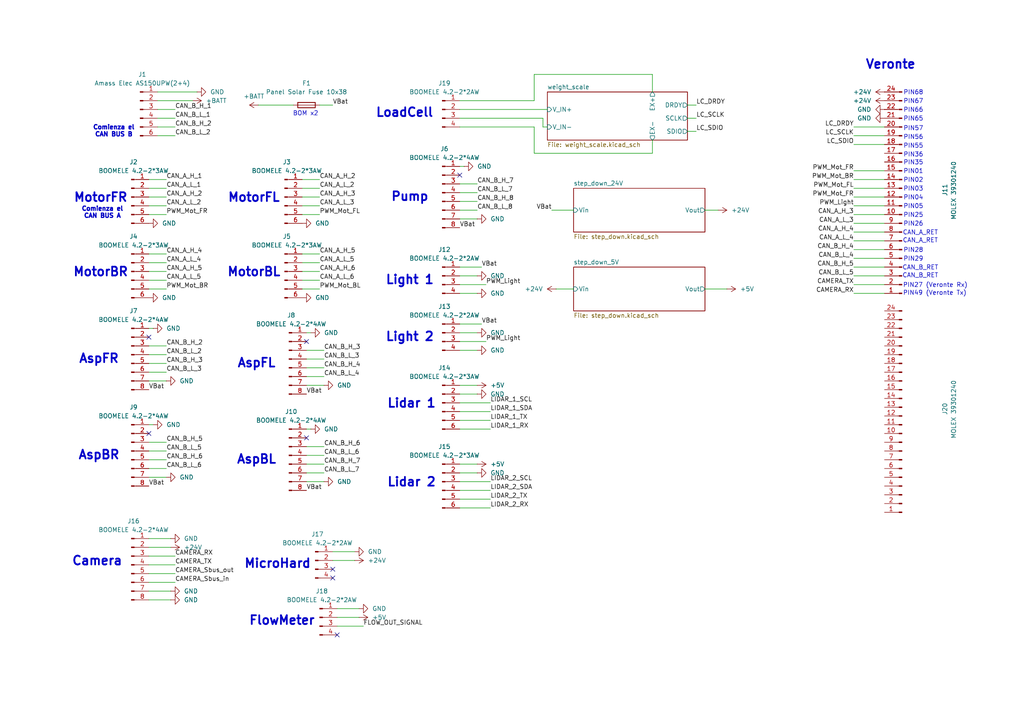
<source format=kicad_sch>
(kicad_sch (version 20250114) (generator "eeschema") (generator_version "9.0")
  (paper "A4")
  (lib_symbols
    (symbol "Connector:Conn_01x04_Pin" (pin_names (offset 1.016) (hide yes))
      (property "Reference" "J" (at 0 5.08 0))
      (property "Value" "Conn_01x04_Pin" (at 0 -7.62 0))
      (symbol "Conn_01x04_Pin_1_1"
        (rectangle (start 0.8636 2.667) (end 0 2.413) (stroke (width 0.1524)) (fill (type outline)))
        (rectangle (start 0.8636 0.127) (end 0 -0.127) (stroke (width 0.1524)) (fill (type outline)))
        (rectangle (start 0.8636 -2.413) (end 0 -2.667) (stroke (width 0.1524)) (fill (type outline)))
        (rectangle (start 0.8636 -4.953) (end 0 -5.207) (stroke (width 0.1524)) (fill (type outline)))
        (polyline (pts (xy 1.27 2.54) (xy 0.8636 2.54)) (stroke (width 0.1524)))
        (polyline (pts (xy 1.27 0) (xy 0.8636 0)) (stroke (width 0.1524)))
        (polyline (pts (xy 1.27 -2.54) (xy 0.8636 -2.54)) (stroke (width 0.1524)))
        (polyline (pts (xy 1.27 -5.08) (xy 0.8636 -5.08)) (stroke (width 0.1524)))
        (pin passive line (at 5.08 2.54 180) (length 3.81) (name "Pin_1") (number "1"))
        (pin passive line (at 5.08 0 180) (length 3.81) (name "Pin_2") (number "2"))
        (pin passive line (at 5.08 -2.54 180) (length 3.81) (name "Pin_3") (number "3"))
        (pin passive line (at 5.08 -5.08 180) (length 3.81) (name "Pin_4") (number "4"))
      )
    )
    (symbol "Connector:Conn_01x06_Pin" (pin_names (offset 1.016) (hide yes))
      (property "Reference" "J" (at 0 7.62 0))
      (property "Value" "Conn_01x06_Pin" (at 0 -10.16 0))
      (symbol "Conn_01x06_Pin_1_1"
        (rectangle (start 0.8636 5.207) (end 0 4.953) (stroke (width 0.1524)) (fill (type outline)))
        (rectangle (start 0.8636 2.667) (end 0 2.413) (stroke (width 0.1524)) (fill (type outline)))
        (rectangle (start 0.8636 0.127) (end 0 -0.127) (stroke (width 0.1524)) (fill (type outline)))
        (rectangle (start 0.8636 -2.413) (end 0 -2.667) (stroke (width 0.1524)) (fill (type outline)))
        (rectangle (start 0.8636 -4.953) (end 0 -5.207) (stroke (width 0.1524)) (fill (type outline)))
        (rectangle (start 0.8636 -7.493) (end 0 -7.747) (stroke (width 0.1524)) (fill (type outline)))
        (polyline (pts (xy 1.27 5.08) (xy 0.8636 5.08)) (stroke (width 0.1524)))
        (polyline (pts (xy 1.27 2.54) (xy 0.8636 2.54)) (stroke (width 0.1524)))
        (polyline (pts (xy 1.27 0) (xy 0.8636 0)) (stroke (width 0.1524)))
        (polyline (pts (xy 1.27 -2.54) (xy 0.8636 -2.54)) (stroke (width 0.1524)))
        (polyline (pts (xy 1.27 -5.08) (xy 0.8636 -5.08)) (stroke (width 0.1524)))
        (polyline (pts (xy 1.27 -7.62) (xy 0.8636 -7.62)) (stroke (width 0.1524)))
        (pin passive line (at 5.08 5.08 180) (length 3.81) (name "Pin_1") (number "1"))
        (pin passive line (at 5.08 2.54 180) (length 3.81) (name "Pin_2") (number "2"))
        (pin passive line (at 5.08 0 180) (length 3.81) (name "Pin_3") (number "3"))
        (pin passive line (at 5.08 -2.54 180) (length 3.81) (name "Pin_4") (number "4"))
        (pin passive line (at 5.08 -5.08 180) (length 3.81) (name "Pin_5") (number "5"))
        (pin passive line (at 5.08 -7.62 180) (length 3.81) (name "Pin_6") (number "6"))
      )
    )
    (symbol "Connector:Conn_01x08_Pin" (pin_names (offset 1.016) (hide yes))
      (property "Reference" "J" (at 0 10.16 0))
      (property "Value" "Conn_01x08_Pin" (at 0 -12.7 0))
      (symbol "Conn_01x08_Pin_1_1"
        (rectangle (start 0.8636 7.747) (end 0 7.493) (stroke (width 0.1524)) (fill (type outline)))
        (rectangle (start 0.8636 5.207) (end 0 4.953) (stroke (width 0.1524)) (fill (type outline)))
        (rectangle (start 0.8636 2.667) (end 0 2.413) (stroke (width 0.1524)) (fill (type outline)))
        (rectangle (start 0.8636 0.127) (end 0 -0.127) (stroke (width 0.1524)) (fill (type outline)))
        (rectangle (start 0.8636 -2.413) (end 0 -2.667) (stroke (width 0.1524)) (fill (type outline)))
        (rectangle (start 0.8636 -4.953) (end 0 -5.207) (stroke (width 0.1524)) (fill (type outline)))
        (rectangle (start 0.8636 -7.493) (end 0 -7.747) (stroke (width 0.1524)) (fill (type outline)))
        (rectangle (start 0.8636 -10.033) (end 0 -10.287) (stroke (width 0.1524)) (fill (type outline)))
        (polyline (pts (xy 1.27 7.62) (xy 0.8636 7.62)) (stroke (width 0.1524)))
        (polyline (pts (xy 1.27 5.08) (xy 0.8636 5.08)) (stroke (width 0.1524)))
        (polyline (pts (xy 1.27 2.54) (xy 0.8636 2.54)) (stroke (width 0.1524)))
        (polyline (pts (xy 1.27 0) (xy 0.8636 0)) (stroke (width 0.1524)))
        (polyline (pts (xy 1.27 -2.54) (xy 0.8636 -2.54)) (stroke (width 0.1524)))
        (polyline (pts (xy 1.27 -5.08) (xy 0.8636 -5.08)) (stroke (width 0.1524)))
        (polyline (pts (xy 1.27 -7.62) (xy 0.8636 -7.62)) (stroke (width 0.1524)))
        (polyline (pts (xy 1.27 -10.16) (xy 0.8636 -10.16)) (stroke (width 0.1524)))
        (pin passive line (at 5.08 7.62 180) (length 3.81) (name "Pin_1") (number "1"))
        (pin passive line (at 5.08 5.08 180) (length 3.81) (name "Pin_2") (number "2"))
        (pin passive line (at 5.08 2.54 180) (length 3.81) (name "Pin_3") (number "3"))
        (pin passive line (at 5.08 0 180) (length 3.81) (name "Pin_4") (number "4"))
        (pin passive line (at 5.08 -2.54 180) (length 3.81) (name "Pin_5") (number "5"))
        (pin passive line (at 5.08 -5.08 180) (length 3.81) (name "Pin_6") (number "6"))
        (pin passive line (at 5.08 -7.62 180) (length 3.81) (name "Pin_7") (number "7"))
        (pin passive line (at 5.08 -10.16 180) (length 3.81) (name "Pin_8") (number "8"))
      )
    )
    (symbol "Connector:Conn_01x24_Pin" (pin_names (offset 1.016) (hide yes))
      (property "Reference" "J" (at 0 30.48 0))
      (property "Value" "Conn_01x24_Pin" (at 0 -33.02 0))
      (symbol "Conn_01x24_Pin_1_1"
        (rectangle (start 0.8636 28.067) (end 0 27.813) (stroke (width 0.1524)) (fill (type outline)))
        (rectangle (start 0.8636 25.527) (end 0 25.273) (stroke (width 0.1524)) (fill (type outline)))
        (rectangle (start 0.8636 22.987) (end 0 22.733) (stroke (width 0.1524)) (fill (type outline)))
        (rectangle (start 0.8636 20.447) (end 0 20.193) (stroke (width 0.1524)) (fill (type outline)))
        (rectangle (start 0.8636 17.907) (end 0 17.653) (stroke (width 0.1524)) (fill (type outline)))
        (rectangle (start 0.8636 15.367) (end 0 15.113) (stroke (width 0.1524)) (fill (type outline)))
        (rectangle (start 0.8636 12.827) (end 0 12.573) (stroke (width 0.1524)) (fill (type outline)))
        (rectangle (start 0.8636 10.287) (end 0 10.033) (stroke (width 0.1524)) (fill (type outline)))
        (rectangle (start 0.8636 7.747) (end 0 7.493) (stroke (width 0.1524)) (fill (type outline)))
        (rectangle (start 0.8636 5.207) (end 0 4.953) (stroke (width 0.1524)) (fill (type outline)))
        (rectangle (start 0.8636 2.667) (end 0 2.413) (stroke (width 0.1524)) (fill (type outline)))
        (rectangle (start 0.8636 0.127) (end 0 -0.127) (stroke (width 0.1524)) (fill (type outline)))
        (rectangle (start 0.8636 -2.413) (end 0 -2.667) (stroke (width 0.1524)) (fill (type outline)))
        (rectangle (start 0.8636 -4.953) (end 0 -5.207) (stroke (width 0.1524)) (fill (type outline)))
        (rectangle (start 0.8636 -7.493) (end 0 -7.747) (stroke (width 0.1524)) (fill (type outline)))
        (rectangle (start 0.8636 -10.033) (end 0 -10.287) (stroke (width 0.1524)) (fill (type outline)))
        (rectangle (start 0.8636 -12.573) (end 0 -12.827) (stroke (width 0.1524)) (fill (type outline)))
        (rectangle (start 0.8636 -15.113) (end 0 -15.367) (stroke (width 0.1524)) (fill (type outline)))
        (rectangle (start 0.8636 -17.653) (end 0 -17.907) (stroke (width 0.1524)) (fill (type outline)))
        (rectangle (start 0.8636 -20.193) (end 0 -20.447) (stroke (width 0.1524)) (fill (type outline)))
        (rectangle (start 0.8636 -22.733) (end 0 -22.987) (stroke (width 0.1524)) (fill (type outline)))
        (rectangle (start 0.8636 -25.273) (end 0 -25.527) (stroke (width 0.1524)) (fill (type outline)))
        (rectangle (start 0.8636 -27.813) (end 0 -28.067) (stroke (width 0.1524)) (fill (type outline)))
        (rectangle (start 0.8636 -30.353) (end 0 -30.607) (stroke (width 0.1524)) (fill (type outline)))
        (polyline (pts (xy 1.27 27.94) (xy 0.8636 27.94)) (stroke (width 0.1524)))
        (polyline (pts (xy 1.27 25.4) (xy 0.8636 25.4)) (stroke (width 0.1524)))
        (polyline (pts (xy 1.27 22.86) (xy 0.8636 22.86)) (stroke (width 0.1524)))
        (polyline (pts (xy 1.27 20.32) (xy 0.8636 20.32)) (stroke (width 0.1524)))
        (polyline (pts (xy 1.27 17.78) (xy 0.8636 17.78)) (stroke (width 0.1524)))
        (polyline (pts (xy 1.27 15.24) (xy 0.8636 15.24)) (stroke (width 0.1524)))
        (polyline (pts (xy 1.27 12.7) (xy 0.8636 12.7)) (stroke (width 0.1524)))
        (polyline (pts (xy 1.27 10.16) (xy 0.8636 10.16)) (stroke (width 0.1524)))
        (polyline (pts (xy 1.27 7.62) (xy 0.8636 7.62)) (stroke (width 0.1524)))
        (polyline (pts (xy 1.27 5.08) (xy 0.8636 5.08)) (stroke (width 0.1524)))
        (polyline (pts (xy 1.27 2.54) (xy 0.8636 2.54)) (stroke (width 0.1524)))
        (polyline (pts (xy 1.27 0) (xy 0.8636 0)) (stroke (width 0.1524)))
        (polyline (pts (xy 1.27 -2.54) (xy 0.8636 -2.54)) (stroke (width 0.1524)))
        (polyline (pts (xy 1.27 -5.08) (xy 0.8636 -5.08)) (stroke (width 0.1524)))
        (polyline (pts (xy 1.27 -7.62) (xy 0.8636 -7.62)) (stroke (width 0.1524)))
        (polyline (pts (xy 1.27 -10.16) (xy 0.8636 -10.16)) (stroke (width 0.1524)))
        (polyline (pts (xy 1.27 -12.7) (xy 0.8636 -12.7)) (stroke (width 0.1524)))
        (polyline (pts (xy 1.27 -15.24) (xy 0.8636 -15.24)) (stroke (width 0.1524)))
        (polyline (pts (xy 1.27 -17.78) (xy 0.8636 -17.78)) (stroke (width 0.1524)))
        (polyline (pts (xy 1.27 -20.32) (xy 0.8636 -20.32)) (stroke (width 0.1524)))
        (polyline (pts (xy 1.27 -22.86) (xy 0.8636 -22.86)) (stroke (width 0.1524)))
        (polyline (pts (xy 1.27 -25.4) (xy 0.8636 -25.4)) (stroke (width 0.1524)))
        (polyline (pts (xy 1.27 -27.94) (xy 0.8636 -27.94)) (stroke (width 0.1524)))
        (polyline (pts (xy 1.27 -30.48) (xy 0.8636 -30.48)) (stroke (width 0.1524)))
        (pin passive line (at 5.08 27.94 180) (length 3.81) (name "Pin_1") (number "1"))
        (pin passive line (at 5.08 25.4 180) (length 3.81) (name "Pin_2") (number "2"))
        (pin passive line (at 5.08 22.86 180) (length 3.81) (name "Pin_3") (number "3"))
        (pin passive line (at 5.08 20.32 180) (length 3.81) (name "Pin_4") (number "4"))
        (pin passive line (at 5.08 17.78 180) (length 3.81) (name "Pin_5") (number "5"))
        (pin passive line (at 5.08 15.24 180) (length 3.81) (name "Pin_6") (number "6"))
        (pin passive line (at 5.08 12.7 180) (length 3.81) (name "Pin_7") (number "7"))
        (pin passive line (at 5.08 10.16 180) (length 3.81) (name "Pin_8") (number "8"))
        (pin passive line (at 5.08 7.62 180) (length 3.81) (name "Pin_9") (number "9"))
        (pin passive line (at 5.08 5.08 180) (length 3.81) (name "Pin_10") (number "10"))
        (pin passive line (at 5.08 2.54 180) (length 3.81) (name "Pin_11") (number "11"))
        (pin passive line (at 5.08 0 180) (length 3.81) (name "Pin_12") (number "12"))
        (pin passive line (at 5.08 -2.54 180) (length 3.81) (name "Pin_13") (number "13"))
        (pin passive line (at 5.08 -5.08 180) (length 3.81) (name "Pin_14") (number "14"))
        (pin passive line (at 5.08 -7.62 180) (length 3.81) (name "Pin_15") (number "15"))
        (pin passive line (at 5.08 -10.16 180) (length 3.81) (name "Pin_16") (number "16"))
        (pin passive line (at 5.08 -12.7 180) (length 3.81) (name "Pin_17") (number "17"))
        (pin passive line (at 5.08 -15.24 180) (length 3.81) (name "Pin_18") (number "18"))
        (pin passive line (at 5.08 -17.78 180) (length 3.81) (name "Pin_19") (number "19"))
        (pin passive line (at 5.08 -20.32 180) (length 3.81) (name "Pin_20") (number "20"))
        (pin passive line (at 5.08 -22.86 180) (length 3.81) (name "Pin_21") (number "21"))
        (pin passive line (at 5.08 -25.4 180) (length 3.81) (name "Pin_22") (number "22"))
        (pin passive line (at 5.08 -27.94 180) (length 3.81) (name "Pin_23") (number "23"))
        (pin passive line (at 5.08 -30.48 180) (length 3.81) (name "Pin_24") (number "24"))
      )
    )
    (symbol "Device:Fuse" (pin_numbers (hide yes)) (pin_names (offset 0))
      (property "Reference" "F" (at 2.032 0 90))
      (property "Value" "Fuse" (at -1.905 0 90))
      (symbol "Fuse_0_1"
        (rectangle (start -0.762 -2.54) (end 0.762 2.54) (stroke (width 0.254)))
        (polyline (pts (xy 0 2.54) (xy 0 -2.54)))
      )
      (symbol "Fuse_1_1"
        (pin passive line (at 0 3.81 270) (length 1.27) (name "~") (number "1"))
        (pin passive line (at 0 -3.81 90) (length 1.27) (name "~") (number "2"))
      )
    )
    (symbol "power:+24V" (power) (pin_numbers (hide yes)) (pin_names (offset 0) (hide yes))
      (property "Value" "+24V" (at 0 3.556 0))
      (symbol "+24V_0_1"
        (polyline (pts (xy -0.762 1.27) (xy 0 2.54)))
        (polyline (pts (xy 0 2.54) (xy 0.762 1.27)))
        (polyline (pts (xy 0 0) (xy 0 2.54)))
      )
      (symbol "+24V_1_1"
        (pin power_in line (at 0 0 90) (length 0) (name "~") (number "1"))
      )
    )
    (symbol "power:+5V" (power) (pin_numbers (hide yes)) (pin_names (offset 0) (hide yes))
      (property "Value" "+5V" (at 0 3.556 0))
      (symbol "+5V_0_1"
        (polyline (pts (xy -0.762 1.27) (xy 0 2.54)))
        (polyline (pts (xy 0 2.54) (xy 0.762 1.27)))
        (polyline (pts (xy 0 0) (xy 0 2.54)))
      )
      (symbol "+5V_1_1"
        (pin power_in line (at 0 0 90) (length 0) (name "~") (number "1"))
      )
    )
    (symbol "power:+BATT" (power) (pin_numbers (hide yes)) (pin_names (offset 0) (hide yes))
      (property "Value" "+BATT" (at 0 3.556 0))
      (symbol "+BATT_0_1"
        (polyline (pts (xy -0.762 1.27) (xy 0 2.54)))
        (polyline (pts (xy 0 2.54) (xy 0.762 1.27)))
        (polyline (pts (xy 0 0) (xy 0 2.54)))
      )
      (symbol "+BATT_1_1"
        (pin power_in line (at 0 0 90) (length 0) (name "~") (number "1"))
      )
    )
    (symbol "power:GND" (power) (pin_numbers (hide yes)) (pin_names (offset 0) (hide yes))
      (property "Value" "GND" (at 0 -3.81 0))
      (symbol "GND_0_1"
        (polyline (pts (xy 0 0) (xy 0 -1.27) (xy 1.27 -1.27) (xy 0 -2.54) (xy -1.27 -1.27) (xy 0 -1.27)))
      )
      (symbol "GND_1_1"
        (pin power_in line (at 0 0 270) (length 0) (name "~") (number "1"))
      )
    )
  )
  (text "AspBR" (at 28.702 132.08 0) (effects (font (size 2.54 2.54) (thickness 0.508) (bold yes))))
  (text "FlowMeter" (at 81.788 180.086 0) (effects (font (size 2.54 2.54) (thickness 0.508) (bold yes))))
  (text "PIN66" (at 264.922 32.004 0) (effects (font (size 1.27 1.27))))
  (text "PIN02" (at 264.922 52.324 0) (effects (font (size 1.27 1.27))))
  (text "AspFR" (at 28.702 104.14 0) (effects (font (size 2.54 2.54) (thickness 0.508) (bold yes))))
  (text "PIN29" (at 264.922 75.184 0) (effects (font (size 1.27 1.27))))
  (text "Comienza el\nCAN BUS A" (at 29.718 61.722 0) (effects (font (size 1.27 1.27) (thickness 0.508) (bold yes))))
  (text "AspFL" (at 74.422 105.41 0) (effects (font (size 2.54 2.54) (thickness 0.508) (bold yes))))
  (text "PIN36" (at 264.922 44.958 0) (effects (font (size 1.27 1.27))))
  (text "PIN67" (at 264.922 29.464 0) (effects (font (size 1.27 1.27))))
  (text "PIN68" (at 264.922 26.924 0) (effects (font (size 1.27 1.27))))
  (text "PIN28" (at 264.922 72.644 0) (effects (font (size 1.27 1.27))))
  (text "PIN03" (at 264.922 54.864 0) (effects (font (size 1.27 1.27))))
  (text "Light 1" (at 118.872 81.28 0) (effects (font (size 2.54 2.54) (thickness 0.508) (bold yes))))
  (text "CAN_A_RET" (at 266.954 69.85 0) (effects (font (size 1.27 1.27))))
  (text "PIN25" (at 264.922 62.484 0) (effects (font (size 1.27 1.27))))
  (text "LoadCell" (at 117.348 32.766 0) (effects (font (size 2.54 2.54) (thickness 0.508) (bold yes))))
  (text "Lidar 1" (at 119.38 117.094 0) (effects (font (size 2.54 2.54) (thickness 0.508) (bold yes))))
  (text "PIN05" (at 264.922 59.944 0) (effects (font (size 1.27 1.27))))
  (text "PIN56" (at 264.922 39.878 0) (effects (font (size 1.27 1.27))))
  (text "MicroHard" (at 80.518 163.576 0) (effects (font (size 2.54 2.54) (thickness 0.508) (bold yes))))
  (text "MotorBR" (at 29.21 78.994 0) (effects (font (size 2.54 2.54) (thickness 0.508) (bold yes))))
  (text "Lidar 2" (at 119.38 139.954 0) (effects (font (size 2.54 2.54) (thickness 0.508) (bold yes))))
  (text "PIN04" (at 264.922 57.404 0) (effects (font (size 1.27 1.27))))
  (text "Comienza el\nCAN BUS B" (at 33.02 38.1 0) (effects (font (size 1.27 1.27) (thickness 0.508) (bold yes))))
  (text "MotorBL" (at 73.66 78.994 0) (effects (font (size 2.54 2.54) (thickness 0.508) (bold yes))))
  (text "PIN49 (Veronte Tx)" (at 261.874 85.09 0) (effects (font (size 1.27 1.27)) (justify left)))
  (text "PIN26" (at 264.922 65.024 0) (effects (font (size 1.27 1.27))))
  (text "PIN57" (at 264.922 37.338 0) (effects (font (size 1.27 1.27))))
  (text "PIN55" (at 264.922 42.418 0) (effects (font (size 1.27 1.27))))
  (text "MotorFR" (at 29.21 57.404 0) (effects (font (size 2.54 2.54) (thickness 0.508) (bold yes))))
  (text "PIN01" (at 264.922 49.784 0) (effects (font (size 1.27 1.27))))
  (text "PIN27 (Veronte Rx)" (at 261.874 82.804 0) (effects (font (size 1.27 1.27)) (justify left)))
  (text "Pump" (at 118.872 57.15 0) (effects (font (size 2.54 2.54) (thickness 0.508) (bold yes))))
  (text "Veronte" (at 258.318 18.796 0) (effects (font (size 2.54 2.54) (thickness 0.508) (bold yes))))
  (text "PIN35" (at 264.922 47.244 0) (effects (font (size 1.27 1.27))))
  (text "Camera" (at 28.194 162.814 0) (effects (font (size 2.54 2.54) (thickness 0.508) (bold yes))))
  (text "CAN_B_RET" (at 266.954 80.01 0) (effects (font (size 1.27 1.27))))
  (text "PIN65" (at 264.922 34.544 0) (effects (font (size 1.27 1.27))))
  (text "Light 2" (at 118.872 97.79 0) (effects (font (size 2.54 2.54) (thickness 0.508) (bold yes))))
  (text "BOM x2" (at 88.646 33.02 0) (effects (font (size 1.27 1.27))))
  (text "CAN_A_RET" (at 266.954 67.564 0) (effects (font (size 1.27 1.27))))
  (text "AspBL" (at 74.422 133.35 0) (effects (font (size 2.54 2.54) (thickness 0.508) (bold yes))))
  (text "CAN_B_RET" (at 266.954 77.724 0) (effects (font (size 1.27 1.27))))
  (text "MotorFL" (at 73.66 57.404 0) (effects (font (size 2.54 2.54) (thickness 0.508) (bold yes))))
  (no_connect (at 97.79 184.15))
  (no_connect (at 88.9 127))
  (no_connect (at 133.35 50.8))
  (no_connect (at 43.18 97.79))
  (no_connect (at 96.52 165.1))
  (no_connect (at 96.52 167.64))
  (no_connect (at 88.9 99.06))
  (no_connect (at 43.18 125.73))
  (wire (pts (xy 50.8 168.91) (xy 43.18 168.91)))
  (wire (pts (xy 48.26 133.35) (xy 43.18 133.35)))
  (wire (pts (xy 43.18 54.61) (xy 48.26 54.61)))
  (wire (pts (xy 247.65 74.93) (xy 256.54 74.93)))
  (wire (pts (xy 154.94 44.45) (xy 154.94 36.83)))
  (wire (pts (xy 157.48 36.83) (xy 157.48 34.29)))
  (wire (pts (xy 93.98 101.6) (xy 88.9 101.6)))
  (wire (pts (xy 142.24 116.84) (xy 133.35 116.84)))
  (wire (pts (xy 87.63 76.2) (xy 92.71 76.2)))
  (wire (pts (xy 49.53 158.75) (xy 43.18 158.75)))
  (wire (pts (xy 139.7 93.98) (xy 133.35 93.98)))
  (wire (pts (xy 48.26 107.95) (xy 43.18 107.95)))
  (wire (pts (xy 50.8 161.29) (xy 43.18 161.29)))
  (wire (pts (xy 138.43 55.88) (xy 133.35 55.88)))
  (wire (pts (xy 87.63 52.07) (xy 92.71 52.07)))
  (wire (pts (xy 161.29 83.82) (xy 166.37 83.82)))
  (wire (pts (xy 142.24 119.38) (xy 133.35 119.38)))
  (wire (pts (xy 104.14 176.53) (xy 97.79 176.53)))
  (wire (pts (xy 189.23 40.64) (xy 189.23 44.45)))
  (wire (pts (xy 93.98 104.14) (xy 88.9 104.14)))
  (wire (pts (xy 189.23 44.45) (xy 154.94 44.45)))
  (wire (pts (xy 93.98 137.16) (xy 88.9 137.16)))
  (wire (pts (xy 88.9 111.76) (xy 93.98 111.76)))
  (wire (pts (xy 154.94 36.83) (xy 133.35 36.83)))
  (wire (pts (xy 49.53 171.45) (xy 43.18 171.45)))
  (wire (pts (xy 138.43 96.52) (xy 133.35 96.52)))
  (wire (pts (xy 43.18 57.15) (xy 48.26 57.15)))
  (wire (pts (xy 138.43 114.3) (xy 133.35 114.3)))
  (wire (pts (xy 138.43 58.42) (xy 133.35 58.42)))
  (wire (pts (xy 157.48 34.29) (xy 133.35 34.29)))
  (wire (pts (xy 138.43 53.34) (xy 133.35 53.34)))
  (wire (pts (xy 142.24 147.32) (xy 133.35 147.32)))
  (wire (pts (xy 45.72 34.29) (xy 50.8 34.29)))
  (wire (pts (xy 92.71 30.48) (xy 96.52 30.48)))
  (wire (pts (xy 45.72 26.67) (xy 57.15 26.67)))
  (wire (pts (xy 102.87 162.56) (xy 96.52 162.56)))
  (wire (pts (xy 247.65 49.53) (xy 256.54 49.53)))
  (wire (pts (xy 93.98 134.62) (xy 88.9 134.62)))
  (wire (pts (xy 138.43 101.6) (xy 133.35 101.6)))
  (wire (pts (xy 142.24 124.46) (xy 133.35 124.46)))
  (wire (pts (xy 87.63 78.74) (xy 92.71 78.74)))
  (wire (pts (xy 247.65 85.09) (xy 256.54 85.09)))
  (wire (pts (xy 247.65 41.91) (xy 256.54 41.91)))
  (wire (pts (xy 93.98 109.22) (xy 88.9 109.22)))
  (wire (pts (xy 247.65 57.15) (xy 256.54 57.15)))
  (wire (pts (xy 138.43 111.76) (xy 133.35 111.76)))
  (wire (pts (xy 138.43 85.09) (xy 133.35 85.09)))
  (wire (pts (xy 208.28 60.96) (xy 204.47 60.96)))
  (wire (pts (xy 139.7 77.47) (xy 133.35 77.47)))
  (wire (pts (xy 87.63 83.82) (xy 92.71 83.82)))
  (wire (pts (xy 142.24 121.92) (xy 133.35 121.92)))
  (wire (pts (xy 134.62 48.26) (xy 133.35 48.26)))
  (wire (pts (xy 87.63 73.66) (xy 92.71 73.66)))
  (wire (pts (xy 43.18 52.07) (xy 48.26 52.07)))
  (wire (pts (xy 133.35 63.5) (xy 138.43 63.5)))
  (wire (pts (xy 201.93 30.48) (xy 199.39 30.48)))
  (wire (pts (xy 133.35 31.75) (xy 158.75 31.75)))
  (wire (pts (xy 44.45 123.19) (xy 43.18 123.19)))
  (wire (pts (xy 201.93 34.29) (xy 199.39 34.29)))
  (wire (pts (xy 49.53 173.99) (xy 43.18 173.99)))
  (wire (pts (xy 87.63 54.61) (xy 92.71 54.61)))
  (wire (pts (xy 160.02 60.96) (xy 166.37 60.96)))
  (wire (pts (xy 138.43 137.16) (xy 133.35 137.16)))
  (wire (pts (xy 48.26 102.87) (xy 43.18 102.87)))
  (wire (pts (xy 201.93 38.1) (xy 199.39 38.1)))
  (wire (pts (xy 45.72 39.37) (xy 50.8 39.37)))
  (wire (pts (xy 87.63 59.69) (xy 92.71 59.69)))
  (wire (pts (xy 189.23 21.59) (xy 189.23 26.67)))
  (wire (pts (xy 90.17 124.46) (xy 88.9 124.46)))
  (wire (pts (xy 48.26 128.27) (xy 43.18 128.27)))
  (wire (pts (xy 43.18 81.28) (xy 48.26 81.28)))
  (wire (pts (xy 133.35 82.55) (xy 140.97 82.55)))
  (wire (pts (xy 55.88 29.21) (xy 45.72 29.21)))
  (wire (pts (xy 45.72 36.83) (xy 50.8 36.83)))
  (wire (pts (xy 44.45 95.25) (xy 43.18 95.25)))
  (wire (pts (xy 247.65 82.55) (xy 256.54 82.55)))
  (wire (pts (xy 142.24 144.78) (xy 133.35 144.78)))
  (wire (pts (xy 142.24 139.7) (xy 133.35 139.7)))
  (wire (pts (xy 154.94 29.21) (xy 154.94 21.59)))
  (wire (pts (xy 48.26 100.33) (xy 43.18 100.33)))
  (wire (pts (xy 247.65 80.01) (xy 256.54 80.01)))
  (wire (pts (xy 87.63 81.28) (xy 92.71 81.28)))
  (wire (pts (xy 247.65 59.69) (xy 256.54 59.69)))
  (wire (pts (xy 138.43 80.01) (xy 133.35 80.01)))
  (wire (pts (xy 97.79 181.61) (xy 105.41 181.61)))
  (wire (pts (xy 43.18 78.74) (xy 48.26 78.74)))
  (wire (pts (xy 138.43 134.62) (xy 133.35 134.62)))
  (wire (pts (xy 247.65 62.23) (xy 256.54 62.23)))
  (wire (pts (xy 43.18 110.49) (xy 48.26 110.49)))
  (wire (pts (xy 74.93 30.48) (xy 85.09 30.48)))
  (wire (pts (xy 43.18 76.2) (xy 48.26 76.2)))
  (wire (pts (xy 50.8 166.37) (xy 43.18 166.37)))
  (wire (pts (xy 43.18 62.23) (xy 48.26 62.23)))
  (wire (pts (xy 49.53 156.21) (xy 43.18 156.21)))
  (wire (pts (xy 133.35 29.21) (xy 154.94 29.21)))
  (wire (pts (xy 43.18 138.43) (xy 48.26 138.43)))
  (wire (pts (xy 45.72 31.75) (xy 50.8 31.75)))
  (wire (pts (xy 247.65 77.47) (xy 256.54 77.47)))
  (wire (pts (xy 93.98 129.54) (xy 88.9 129.54)))
  (wire (pts (xy 247.65 36.83) (xy 256.54 36.83)))
  (wire (pts (xy 48.26 105.41) (xy 43.18 105.41)))
  (wire (pts (xy 93.98 106.68) (xy 88.9 106.68)))
  (wire (pts (xy 247.65 69.85) (xy 256.54 69.85)))
  (wire (pts (xy 247.65 52.07) (xy 256.54 52.07)))
  (wire (pts (xy 87.63 57.15) (xy 92.71 57.15)))
  (wire (pts (xy 43.18 59.69) (xy 48.26 59.69)))
  (wire (pts (xy 48.26 130.81) (xy 43.18 130.81)))
  (wire (pts (xy 102.87 160.02) (xy 96.52 160.02)))
  (wire (pts (xy 90.17 96.52) (xy 88.9 96.52)))
  (wire (pts (xy 138.43 60.96) (xy 133.35 60.96)))
  (wire (pts (xy 247.65 54.61) (xy 256.54 54.61)))
  (wire (pts (xy 88.9 139.7) (xy 93.98 139.7)))
  (wire (pts (xy 158.75 36.83) (xy 157.48 36.83)))
  (wire (pts (xy 247.65 67.31) (xy 256.54 67.31)))
  (wire (pts (xy 87.63 62.23) (xy 92.71 62.23)))
  (wire (pts (xy 142.24 142.24) (xy 133.35 142.24)))
  (wire (pts (xy 133.35 99.06) (xy 140.97 99.06)))
  (wire (pts (xy 50.8 163.83) (xy 43.18 163.83)))
  (wire (pts (xy 154.94 21.59) (xy 189.23 21.59)))
  (wire (pts (xy 247.65 64.77) (xy 256.54 64.77)))
  (wire (pts (xy 43.18 73.66) (xy 48.26 73.66)))
  (wire (pts (xy 104.14 179.07) (xy 97.79 179.07)))
  (wire (pts (xy 210.82 83.82) (xy 204.47 83.82)))
  (wire (pts (xy 247.65 39.37) (xy 256.54 39.37)))
  (wire (pts (xy 93.98 132.08) (xy 88.9 132.08)))
  (wire (pts (xy 48.26 135.89) (xy 43.18 135.89)))
  (wire (pts (xy 43.18 83.82) (xy 48.26 83.82)))
  (wire (pts (xy 247.65 72.39) (xy 256.54 72.39)))
  (label "LIDAR_1_TX" (at 142.24 121.92 0))
  (label "CAN_B_H_3" (at 48.26 105.41 0))
  (label "LIDAR_1_RX" (at 142.24 124.46 0))
  (label "CAN_B_H_3" (at 93.98 101.6 0))
  (label "CAN_B_H_4" (at 93.98 106.68 0))
  (label "LIDAR_1_SDA" (at 142.24 119.38 0))
  (label "CAN_A_L_2" (at 48.26 59.69 0))
  (label "VBat" (at 133.35 66.04 0))
  (label "CAN_B_L_2" (at 48.26 102.87 0))
  (label "CAN_B_H_4" (at 247.65 72.39 180))
  (label "CAN_A_H_5" (at 48.26 78.74 0))
  (label "CAN_A_H_6" (at 92.71 78.74 0))
  (label "CAMERA_TX" (at 50.8 163.83 0))
  (label "VBat" (at 96.52 30.48 0))
  (label "CAN_A_H_2" (at 48.26 57.15 0))
  (label "CAN_B_H_5" (at 48.26 128.27 0))
  (label "VBat" (at 43.18 140.97 0))
  (label "CAN_A_H_3" (at 247.65 62.23 180))
  (label "CAMERA_Sbus_in" (at 50.8 168.91 0))
  (label "CAN_B_L_1" (at 50.8 34.29 0))
  (label "VBat" (at 88.9 114.3 0))
  (label "LIDAR_2_SCL" (at 142.24 139.7 0))
  (label "CAN_A_L_3" (at 247.65 64.77 180))
  (label "LIDAR_1_SCL" (at 142.24 116.84 0))
  (label "PWM_Mot_FL" (at 247.65 54.61 180))
  (label "VBat" (at 139.7 77.47 0))
  (label "CAN_A_L_4" (at 247.65 69.85 180))
  (label "CAN_B_L_6" (at 48.26 135.89 0))
  (label "LC_SDIO" (at 201.93 38.1 0))
  (label "PWM_Light" (at 140.97 82.55 0))
  (label "CAN_B_L_4" (at 93.98 109.22 0))
  (label "CAMERA_RX" (at 50.8 161.29 0))
  (label "CAN_A_L_5" (at 92.71 76.2 0))
  (label "CAN_A_L_5" (at 48.26 81.28 0))
  (label "PWM_Mot_FR" (at 247.65 57.15 180))
  (label "CAN_A_L_1" (at 48.26 54.61 0))
  (label "CAN_A_L_6" (at 92.71 81.28 0))
  (label "CAN_B_H_5" (at 247.65 77.47 180))
  (label "LC_SCLK" (at 201.93 34.29 0))
  (label "PWM_Light" (at 247.65 59.69 180))
  (label "CAMERA_RX" (at 247.65 85.09 180))
  (label "CAN_B_L_8" (at 138.43 60.96 0))
  (label "CAMERA_Sbus_out" (at 50.8 166.37 0))
  (label "PWM_Light" (at 140.97 99.06 0))
  (label "CAN_B_H_2" (at 50.8 36.83 0))
  (label "CAN_B_L_3" (at 93.98 104.14 0))
  (label "CAN_B_L_7" (at 138.43 55.88 0))
  (label "CAN_B_H_6" (at 48.26 133.35 0))
  (label "PWM_Mot_BL" (at 92.71 83.82 0))
  (label "CAN_A_L_4" (at 48.26 76.2 0))
  (label "CAN_A_H_5" (at 92.71 73.66 0))
  (label "LC_SCLK" (at 247.65 39.37 180))
  (label "PWM_Mot_BR" (at 247.65 52.07 180))
  (label "LC_DRDY" (at 201.93 30.48 0))
  (label "FLOW_OUT_SIGNAL" (at 105.41 181.61 0))
  (label "CAN_B_L_6" (at 93.98 132.08 0))
  (label "LC_DRDY" (at 247.65 36.83 180))
  (label "PWM_Mot_BR" (at 48.26 83.82 0))
  (label "VBat" (at 139.7 93.98 0))
  (label "CAN_B_H_7" (at 93.98 134.62 0))
  (label "CAN_B_H_2" (at 48.26 100.33 0))
  (label "LC_SDIO" (at 247.65 41.91 180))
  (label "CAN_B_L_5" (at 247.65 80.01 180))
  (label "CAN_A_H_4" (at 48.26 73.66 0))
  (label "LIDAR_2_RX" (at 142.24 147.32 0))
  (label "LIDAR_2_SDA" (at 142.24 142.24 0))
  (label "CAN_B_L_2" (at 50.8 39.37 0))
  (label "CAN_B_L_7" (at 93.98 137.16 0))
  (label "CAN_A_L_2" (at 92.71 54.61 0))
  (label "CAN_B_H_6" (at 93.98 129.54 0))
  (label "CAN_B_L_3" (at 48.26 107.95 0))
  (label "CAN_B_H_8" (at 138.43 58.42 0))
  (label "PWM_Mot_FR" (at 48.26 62.23 0))
  (label "CAN_A_H_1" (at 48.26 52.07 0))
  (label "CAN_B_H_1" (at 50.8 31.75 0))
  (label "CAN_A_L_3" (at 92.71 59.69 0))
  (label "CAN_A_H_4" (at 247.65 67.31 180))
  (label "LIDAR_2_TX" (at 142.24 144.78 0))
  (label "PWM_Mot_FL" (at 92.71 62.23 0))
  (label "CAMERA_TX" (at 247.65 82.55 180))
  (label "CAN_A_H_2" (at 92.71 52.07 0))
  (label "CAN_B_H_7" (at 138.43 53.34 0))
  (label "PWM_Mot_FR" (at 247.65 49.53 180))
  (label "CAN_B_L_5" (at 48.26 130.81 0))
  (label "CAN_B_L_4" (at 247.65 74.93 180))
  (label "VBat" (at 160.02 60.96 180))
  (label "VBat" (at 43.18 113.03 0))
  (label "VBat" (at 88.9 142.24 0))
  (label "CAN_A_H_3" (at 92.71 57.15 0))
  (symbol (lib_id "power:GND") (at 49.53 173.99 90) (unit 1)
    (property "Reference" "#PWR030" (effects (hide yes)))
    (property "Value" "GND" (at 53.34 173.9899 90) (effects (justify right)))
    (property "Description" "Power symbol creates a global label with name \"GND\" , ground" (effects (hide yes)))
  )
  (symbol (lib_id "power:+BATT") (at 74.93 30.48 90) (unit 1)
    (property "Reference" "#PWR09" (effects (hide yes)))
    (property "Value" "+BATT" (at 73.66 27.94 90))
    (property "Description" "Power symbol creates a global label with name \"+BATT\"" (effects (hide yes)))
  )
  (symbol (lib_id "power:+24V") (at 161.29 83.82 90) (unit 1)
    (property "Reference" "#PWR042" (effects (hide yes)))
    (property "Value" "+24V" (at 157.48 83.8199 90) (effects (justify left)))
    (property "Description" "Power symbol creates a global label with name \"+24V\"" (effects (hide yes)))
  )
  (symbol (lib_id "power:GND") (at 44.45 95.25 90) (unit 1)
    (property "Reference" "#PWR010" (effects (hide yes)))
    (property "Value" "GND" (at 48.26 95.2499 90) (effects (justify right)))
    (property "Description" "Power symbol creates a global label with name \"GND\" , ground" (effects (hide yes)))
  )
  (symbol (lib_id "power:+5V") (at 104.14 179.07 270) (unit 1)
    (property "Reference" "#PWR035" (effects (hide yes)))
    (property "Value" "+5V" (at 107.95 179.0699 90) (effects (justify left)))
    (property "Description" "Power symbol creates a global label with name \"+5V\"" (effects (hide yes)))
  )
  (symbol (lib_id "power:GND") (at 87.63 86.36 90) (unit 1)
    (property "Reference" "#PWR05" (effects (hide yes)))
    (property "Value" "GND" (at 91.44 86.3599 90) (effects (justify right)))
    (property "Description" "Power symbol creates a global label with name \"GND\" , ground" (effects (hide yes)))
  )
  (symbol (lib_id "Connector:Conn_01x08_Pin") (at 83.82 132.08 0) (unit 1)
    (property "Reference" "J10" (at 84.455 119.38 0))
    (property "Value" "BOOMELE 4.2-2*4AW" (at 84.455 121.92 0))
    (property "Footprint" "Connector_Molex:Molex_Mini-Fit_Jr_5569-08A2_2x04_P4.20mm_Horizontal" (effects (hide yes)))
    (property "Description" "Generic connector, single row, 01x08, script generated" (effects (hide yes)))
    (property "LCSC Part #" "C44253" (effects (hide yes)))
  )
  (symbol (lib_id "Connector:Conn_01x08_Pin") (at 83.82 104.14 0) (unit 1)
    (property "Reference" "J8" (at 84.455 91.44 0))
    (property "Value" "BOOMELE 4.2-2*4AW" (at 84.455 93.98 0))
    (property "Footprint" "Connector_Molex:Molex_Mini-Fit_Jr_5569-08A2_2x04_P4.20mm_Horizontal" (effects (hide yes)))
    (property "Description" "Generic connector, single row, 01x08, script generated" (effects (hide yes)))
    (property "LCSC Part #" "C44253" (effects (hide yes)))
  )
  (symbol (lib_id "Connector:Conn_01x06_Pin") (at 38.1 78.74 0) (unit 1)
    (property "Reference" "J4" (at 38.735 68.58 0))
    (property "Value" "BOOMELE 4.2-2*3AW" (at 38.735 71.12 0))
    (property "Footprint" "Connector_Molex:Molex_Mini-Fit_Jr_5569-06A2_2x03_P4.20mm_Horizontal" (effects (hide yes)))
    (property "Description" "Generic connector, single row, 01x06, script generated" (effects (hide yes)))
    (property "LCSC Part #" "C54904" (effects (hide yes)))
  )
  (symbol (lib_id "power:GND") (at 256.54 34.29 270) (unit 1)
    (property "Reference" "#PWR057" (effects (hide yes)))
    (property "Value" "GND" (at 252.73 34.2899 90) (effects (justify right)))
    (property "Description" "Power symbol creates a global label with name \"GND\" , ground" (effects (hide yes)))
  )
  (symbol (lib_id "power:GND") (at 49.53 171.45 90) (unit 1)
    (property "Reference" "#PWR033" (effects (hide yes)))
    (property "Value" "GND" (at 53.34 171.4499 90) (effects (justify right)))
    (property "Description" "Power symbol creates a global label with name \"GND\" , ground" (effects (hide yes)))
  )
  (symbol (lib_id "power:GND") (at 90.17 124.46 90) (unit 1)
    (property "Reference" "#PWR015" (effects (hide yes)))
    (property "Value" "GND" (at 93.98 124.4599 90) (effects (justify right)))
    (property "Description" "Power symbol creates a global label with name \"GND\" , ground" (effects (hide yes)))
  )
  (symbol (lib_id "power:+5V") (at 138.43 111.76 270) (unit 1)
    (property "Reference" "#PWR022" (effects (hide yes)))
    (property "Value" "+5V" (at 142.24 111.7599 90) (effects (justify left)))
    (property "Description" "Power symbol creates a global label with name \"+5V\"" (effects (hide yes)))
  )
  (symbol (lib_id "power:GND") (at 138.43 63.5 90) (unit 1)
    (property "Reference" "#PWR07" (effects (hide yes)))
    (property "Value" "GND" (at 142.24 63.4999 90) (effects (justify right)))
    (property "Description" "Power symbol creates a global label with name \"GND\" , ground" (effects (hide yes)))
  )
  (symbol (lib_id "Connector:Conn_01x08_Pin") (at 38.1 130.81 0) (unit 1)
    (property "Reference" "J9" (at 38.735 118.11 0))
    (property "Value" "BOOMELE 4.2-2*4AW" (at 38.735 120.65 0))
    (property "Footprint" "Connector_Molex:Molex_Mini-Fit_Jr_5569-08A2_2x04_P4.20mm_Horizontal" (effects (hide yes)))
    (property "Description" "Generic connector, single row, 01x08, script generated" (effects (hide yes)))
    (property "LCSC Part #" "C44253" (effects (hide yes)))
  )
  (symbol (lib_id "power:GND") (at 138.43 101.6 90) (unit 1)
    (property "Reference" "#PWR021" (effects (hide yes)))
    (property "Value" "GND" (at 142.24 101.5999 90) (effects (justify right)))
    (property "Description" "Power symbol creates a global label with name \"GND\" , ground" (effects (hide yes)))
  )
  (symbol (lib_id "power:GND") (at 138.43 96.52 90) (unit 1)
    (property "Reference" "#PWR020" (effects (hide yes)))
    (property "Value" "GND" (at 142.24 96.5199 90) (effects (justify right)))
    (property "Description" "Power symbol creates a global label with name \"GND\" , ground" (effects (hide yes)))
  )
  (symbol (lib_id "power:GND") (at 43.18 64.77 90) (unit 1)
    (property "Reference" "#PWR02" (effects (hide yes)))
    (property "Value" "GND" (at 46.99 64.7699 90) (effects (justify right)))
    (property "Description" "Power symbol creates a global label with name \"GND\" , ground" (effects (hide yes)))
  )
  (symbol (lib_id "Connector:Conn_01x04_Pin") (at 92.71 179.07 0) (unit 1)
    (property "Reference" "J18" (at 93.345 171.45 0))
    (property "Value" "BOOMELE 4.2-2*2AW" (at 93.345 173.99 0))
    (property "Footprint" "Connector_Molex:Molex_Mini-Fit_Jr_5569-04A2_2x02_P4.20mm_Horizontal" (effects (hide yes)))
    (property "Description" "Generic connector, single row, 01x04, script generated" (effects (hide yes)))
    (property "LCSC Part #" "C54909" (effects (hide yes)))
  )
  (symbol (lib_id "power:GND") (at 138.43 137.16 90) (unit 1)
    (property "Reference" "#PWR026" (effects (hide yes)))
    (property "Value" "GND" (at 142.24 137.1599 90) (effects (justify right)))
    (property "Description" "Power symbol creates a global label with name \"GND\" , ground" (effects (hide yes)))
  )
  (symbol (lib_id "power:GND") (at 48.26 138.43 90) (unit 1)
    (property "Reference" "#PWR016" (effects (hide yes)))
    (property "Value" "GND" (at 52.07 138.4299 90) (effects (justify right)))
    (property "Description" "Power symbol creates a global label with name \"GND\" , ground" (effects (hide yes)))
  )
  (symbol (lib_id "Connector:Conn_01x06_Pin") (at 82.55 57.15 0) (unit 1)
    (property "Reference" "J3" (at 83.185 46.99 0))
    (property "Value" "BOOMELE 4.2-2*3AW" (at 83.185 49.53 0))
    (property "Footprint" "Connector_Molex:Molex_Mini-Fit_Jr_5569-06A2_2x03_P4.20mm_Horizontal" (effects (hide yes)))
    (property "Description" "Generic connector, single row, 01x06, script generated" (effects (hide yes)))
    (property "LCSC Part #" "C54904" (effects (hide yes)))
  )
  (symbol (lib_id "Connector:Conn_01x04_Pin") (at 91.44 162.56 0) (unit 1)
    (property "Reference" "J17" (at 92.075 154.94 0))
    (property "Value" "BOOMELE 4.2-2*2AW" (at 92.075 157.48 0))
    (property "Footprint" "Connector_Molex:Molex_Mini-Fit_Jr_5569-04A2_2x02_P4.20mm_Horizontal" (effects (hide yes)))
    (property "Description" "Generic connector, single row, 01x04, script generated" (effects (hide yes)))
    (property "LCSC Part #" "C54909" (effects (hide yes)))
  )
  (symbol (lib_id "power:GND") (at 93.98 139.7 90) (unit 1)
    (property "Reference" "#PWR017" (effects (hide yes)))
    (property "Value" "GND" (at 97.79 139.6999 90) (effects (justify right)))
    (property "Description" "Power symbol creates a global label with name \"GND\" , ground" (effects (hide yes)))
  )
  (symbol (lib_id "power:+24V") (at 256.54 26.67 90) (unit 1)
    (property "Reference" "#PWR054" (effects (hide yes)))
    (property "Value" "+24V" (at 252.73 26.6699 90) (effects (justify left)))
    (property "Description" "Power symbol creates a global label with name \"+24V\"" (effects (hide yes)))
  )
  (symbol (lib_id "Connector:Conn_01x06_Pin") (at 128.27 116.84 0) (unit 1)
    (property "Reference" "J14" (at 128.905 106.68 0))
    (property "Value" "BOOMELE 4.2-2*3AW" (at 128.905 109.22 0))
    (property "Footprint" "Connector_Molex:Molex_Mini-Fit_Jr_5569-06A2_2x03_P4.20mm_Horizontal" (effects (hide yes)))
    (property "Description" "Generic connector, single row, 01x06, script generated" (effects (hide yes)))
    (property "LCSC Part #" "C54904" (effects (hide yes)))
  )
  (symbol (lib_id "Connector:Conn_01x08_Pin") (at 128.27 55.88 0) (unit 1)
    (property "Reference" "J6" (at 128.905 43.18 0))
    (property "Value" "BOOMELE 4.2-2*4AW" (at 128.905 45.72 0))
    (property "Footprint" "Connector_Molex:Molex_Mini-Fit_Jr_5569-08A2_2x04_P4.20mm_Horizontal" (effects (hide yes)))
    (property "Description" "Generic connector, single row, 01x08, script generated" (effects (hide yes)))
    (property "LCSC Part #" "C44253" (effects (hide yes)))
  )
  (symbol (lib_id "Connector:Conn_01x24_Pin") (at 261.62 57.15 180) (unit 1)
    (property "Reference" "J11" (at 274.066 56.896 90) (effects (justify right)))
    (property "Value" "MOLEX 39301240" (at 276.606 63.754 90) (effects (justify right)))
    (property "Footprint" "Connector_Molex:Molex_Mini-Fit_Jr_5569-24A2_2x12_P4.20mm_Horizontal" (effects (hide yes)))
    (property "Description" "Generic connector, single row, 01x24, script generated" (effects (hide yes)))
    (property "LCSC Part #" "C492347" (effects (hide yes)))
  )
  (symbol (lib_id "power:+24V") (at 256.54 29.21 90) (unit 1)
    (property "Reference" "#PWR055" (effects (hide yes)))
    (property "Value" "+24V" (at 252.73 29.2099 90) (effects (justify left)))
    (property "Description" "Power symbol creates a global label with name \"+24V\"" (effects (hide yes)))
  )
  (symbol (lib_id "Connector:Conn_01x04_Pin") (at 128.27 96.52 0) (unit 1)
    (property "Reference" "J13" (at 128.905 88.9 0))
    (property "Value" "BOOMELE 4.2-2*2AW" (at 128.905 91.44 0))
    (property "Footprint" "Connector_Molex:Molex_Mini-Fit_Jr_5569-04A2_2x02_P4.20mm_Horizontal" (effects (hide yes)))
    (property "Description" "Generic connector, single row, 01x04, script generated" (effects (hide yes)))
    (property "LCSC Part #" "C54909" (effects (hide yes)))
  )
  (symbol (lib_id "power:+BATT") (at 55.88 29.21 270) (unit 1)
    (property "Reference" "#PWR08" (effects (hide yes)))
    (property "Value" "+BATT" (at 59.69 29.2099 90) (effects (justify left)))
    (property "Description" "Power symbol creates a global label with name \"+BATT\"" (effects (hide yes)))
  )
  (symbol (lib_id "power:GND") (at 104.14 176.53 90) (unit 1)
    (property "Reference" "#PWR034" (effects (hide yes)))
    (property "Value" "GND" (at 107.95 176.5299 90) (effects (justify right)))
    (property "Description" "Power symbol creates a global label with name \"GND\" , ground" (effects (hide yes)))
  )
  (symbol (lib_id "power:+24V") (at 49.53 158.75 270) (unit 1)
    (property "Reference" "#PWR029" (effects (hide yes)))
    (property "Value" "+24V" (at 53.34 158.7499 90) (effects (justify left)))
    (property "Description" "Power symbol creates a global label with name \"+24V\"" (effects (hide yes)))
  )
  (symbol (lib_id "power:+5V") (at 210.82 83.82 270) (unit 1)
    (property "Reference" "#PWR069" (effects (hide yes)))
    (property "Value" "+5V" (at 214.63 83.8199 90) (effects (justify left)))
    (property "Description" "Power symbol creates a global label with name \"+5V\"" (effects (hide yes)))
  )
  (symbol (lib_id "Connector:Conn_01x06_Pin") (at 40.64 31.75 0) (unit 1)
    (property "Reference" "J1" (at 41.275 21.59 0))
    (property "Value" "Amass Elec AS150UPW(2+4)" (at 41.275 24.13 0))
    (property "Footprint" "Library:CONN-TH_AS150UPW" (effects (hide yes)))
    (property "Description" "Generic connector, single row, 01x06, script generated" (effects (hide yes)))
    (property "LCSC Part #" "C19268054" (effects (hide yes)))
  )
  (symbol (lib_id "power:GND") (at 93.98 111.76 90) (unit 1)
    (property "Reference" "#PWR013" (effects (hide yes)))
    (property "Value" "GND" (at 97.79 111.7599 90) (effects (justify right)))
    (property "Description" "Power symbol creates a global label with name \"GND\" , ground" (effects (hide yes)))
  )
  (symbol (lib_id "Connector:Conn_01x04_Pin") (at 128.27 80.01 0) (unit 1)
    (property "Reference" "J12" (at 128.905 72.39 0))
    (property "Value" "BOOMELE 4.2-2*2AW" (at 128.905 74.93 0))
    (property "Footprint" "Connector_Molex:Molex_Mini-Fit_Jr_5569-04A2_2x02_P4.20mm_Horizontal" (effects (hide yes)))
    (property "Description" "Generic connector, single row, 01x04, script generated" (effects (hide yes)))
    (property "LCSC Part #" "C54909" (effects (hide yes)))
  )
  (symbol (lib_id "power:+24V") (at 208.28 60.96 270) (unit 1)
    (property "Reference" "#PWR053" (effects (hide yes)))
    (property "Value" "+24V" (at 212.09 60.9599 90) (effects (justify left)))
    (property "Description" "Power symbol creates a global label with name \"+24V\"" (effects (hide yes)))
  )
  (symbol (lib_id "power:GND") (at 43.18 86.36 90) (unit 1)
    (property "Reference" "#PWR04" (effects (hide yes)))
    (property "Value" "GND" (at 46.99 86.3599 90) (effects (justify right)))
    (property "Description" "Power symbol creates a global label with name \"GND\" , ground" (effects (hide yes)))
  )
  (symbol (lib_id "power:GND") (at 49.53 156.21 90) (unit 1)
    (property "Reference" "#PWR028" (effects (hide yes)))
    (property "Value" "GND" (at 53.34 156.2099 90) (effects (justify right)))
    (property "Description" "Power symbol creates a global label with name \"GND\" , ground" (effects (hide yes)))
  )
  (symbol (lib_id "Connector:Conn_01x06_Pin") (at 38.1 57.15 0) (unit 1)
    (property "Reference" "J2" (at 38.735 46.99 0))
    (property "Value" "BOOMELE 4.2-2*3AW" (at 38.735 49.53 0))
    (property "Footprint" "Connector_Molex:Molex_Mini-Fit_Jr_5569-06A2_2x03_P4.20mm_Horizontal" (effects (hide yes)))
    (property "Description" "Generic connector, single row, 01x06, script generated" (effects (hide yes)))
    (property "LCSC Part #" "C54904" (effects (hide yes)))
  )
  (symbol (lib_id "Device:Fuse") (at 88.9 30.48 90) (unit 1)
    (property "Reference" "F1" (at 88.9 24.13 90))
    (property "Value" "Panel Solar Fuse 10x38" (at 88.9 26.67 90))
    (property "Footprint" "Library:FUSE-HOLDER XFCN XF-008" (effects (hide yes)))
    (property "Description" "Fuse" (effects (hide yes)))
    (property "LCSC Part #" "C717029" (effects (hide yes)))
  )
  (symbol (lib_id "Connector:Conn_01x04_Pin") (at 128.27 31.75 0) (unit 1)
    (property "Reference" "J19" (at 128.905 24.13 0))
    (property "Value" "BOOMELE 4.2-2*2AW" (at 128.905 26.67 0))
    (property "Footprint" "Connector_Molex:Molex_Mini-Fit_Jr_5569-04A2_2x02_P4.20mm_Horizontal" (effects (hide yes)))
    (property "Description" "Generic connector, single row, 01x04, script generated" (effects (hide yes)))
    (property "LCSC Part #" "C54909" (effects (hide yes)))
  )
  (symbol (lib_id "power:GND") (at 138.43 80.01 90) (unit 1)
    (property "Reference" "#PWR018" (effects (hide yes)))
    (property "Value" "GND" (at 142.24 80.0099 90) (effects (justify right)))
    (property "Description" "Power symbol creates a global label with name \"GND\" , ground" (effects (hide yes)))
  )
  (symbol (lib_id "Connector:Conn_01x08_Pin") (at 38.1 163.83 0) (unit 1)
    (property "Reference" "J16" (at 38.735 151.13 0))
    (property "Value" "BOOMELE 4.2-2*4AW" (at 38.735 153.67 0))
    (property "Footprint" "Connector_Molex:Molex_Mini-Fit_Jr_5569-08A2_2x04_P4.20mm_Horizontal" (effects (hide yes)))
    (property "Description" "Generic connector, single row, 01x08, script generated" (effects (hide yes)))
    (property "LCSC Part #" "C44253" (effects (hide yes)))
  )
  (symbol (lib_id "power:GND") (at 87.63 64.77 90) (unit 1)
    (property "Reference" "#PWR03" (effects (hide yes)))
    (property "Value" "GND" (at 91.44 64.7699 90) (effects (justify right)))
    (property "Description" "Power symbol creates a global label with name \"GND\" , ground" (effects (hide yes)))
  )
  (symbol (lib_id "power:GND") (at 48.26 110.49 90) (unit 1)
    (property "Reference" "#PWR011" (effects (hide yes)))
    (property "Value" "GND" (at 52.07 110.4899 90) (effects (justify right)))
    (property "Description" "Power symbol creates a global label with name \"GND\" , ground" (effects (hide yes)))
  )
  (symbol (lib_id "power:+5V") (at 138.43 134.62 270) (unit 1)
    (property "Reference" "#PWR025" (effects (hide yes)))
    (property "Value" "+5V" (at 142.24 134.6199 90) (effects (justify left)))
    (property "Description" "Power symbol creates a global label with name \"+5V\"" (effects (hide yes)))
  )
  (symbol (lib_id "Connector:Conn_01x06_Pin") (at 82.55 78.74 0) (unit 1)
    (property "Reference" "J5" (at 83.185 68.58 0))
    (property "Value" "BOOMELE 4.2-2*3AW" (at 83.185 71.12 0))
    (property "Footprint" "Connector_Molex:Molex_Mini-Fit_Jr_5569-06A2_2x03_P4.20mm_Horizontal" (effects (hide yes)))
    (property "Description" "Generic connector, single row, 01x06, script generated" (effects (hide yes)))
    (property "LCSC Part #" "C54904" (effects (hide yes)))
  )
  (symbol (lib_id "Connector:Conn_01x06_Pin") (at 128.27 139.7 0) (unit 1)
    (property "Reference" "J15" (at 128.905 129.54 0))
    (property "Value" "BOOMELE 4.2-2*3AW" (at 128.905 132.08 0))
    (property "Footprint" "Connector_Molex:Molex_Mini-Fit_Jr_5569-06A2_2x03_P4.20mm_Horizontal" (effects (hide yes)))
    (property "Description" "Generic connector, single row, 01x06, script generated" (effects (hide yes)))
    (property "LCSC Part #" "C54904" (effects (hide yes)))
  )
  (symbol (lib_id "power:GND") (at 57.15 26.67 90) (unit 1)
    (property "Reference" "#PWR01" (effects (hide yes)))
    (property "Value" "GND" (at 60.96 26.6699 90) (effects (justify right)))
    (property "Description" "Power symbol creates a global label with name \"GND\" , ground" (effects (hide yes)))
  )
  (symbol (lib_id "Connector:Conn_01x24_Pin") (at 261.62 120.65 180) (unit 1)
    (property "Reference" "J20" (at 274.066 120.396 90) (effects (justify right)))
    (property "Value" "MOLEX 39301240" (at 276.606 127.254 90) (effects (justify right)))
    (property "Footprint" "Connector_Molex:Molex_Mini-Fit_Jr_5569-24A2_2x12_P4.20mm_Horizontal" (effects (hide yes)))
    (property "Description" "Generic connector, single row, 01x24, script generated" (effects (hide yes)))
    (property "LCSC Part #" "C492347" (effects (hide yes)))
  )
  (symbol (lib_id "Connector:Conn_01x08_Pin") (at 38.1 102.87 0) (unit 1)
    (property "Reference" "J7" (at 38.735 90.17 0))
    (property "Value" "BOOMELE 4.2-2*4AW" (at 38.735 92.71 0))
    (property "Footprint" "Connector_Molex:Molex_Mini-Fit_Jr_5569-08A2_2x04_P4.20mm_Horizontal" (effects (hide yes)))
    (property "Description" "Generic connector, single row, 01x08, script generated" (effects (hide yes)))
    (property "LCSC Part #" "C44253" (effects (hide yes)))
  )
  (symbol (lib_id "power:GND") (at 90.17 96.52 90) (unit 1)
    (property "Reference" "#PWR012" (effects (hide yes)))
    (property "Value" "GND" (at 93.98 96.5199 90) (effects (justify right)))
    (property "Description" "Power symbol creates a global label with name \"GND\" , ground" (effects (hide yes)))
  )
  (symbol (lib_id "power:GND") (at 134.62 48.26 90) (unit 1)
    (property "Reference" "#PWR06" (effects (hide yes)))
    (property "Value" "GND" (at 138.43 48.2599 90) (effects (justify right)))
    (property "Description" "Power symbol creates a global label with name \"GND\" , ground" (effects (hide yes)))
  )
  (symbol (lib_id "power:GND") (at 256.54 31.75 270) (unit 1)
    (property "Reference" "#PWR056" (effects (hide yes)))
    (property "Value" "GND" (at 252.73 31.7499 90) (effects (justify right)))
    (property "Description" "Power symbol creates a global label with name \"GND\" , ground" (effects (hide yes)))
  )
  (symbol (lib_id "power:GND") (at 102.87 160.02 90) (unit 1)
    (property "Reference" "#PWR031" (effects (hide yes)))
    (property "Value" "GND" (at 106.68 160.0199 90) (effects (justify right)))
    (property "Description" "Power symbol creates a global label with name \"GND\" , ground" (effects (hide yes)))
  )
  (symbol (lib_id "power:+24V") (at 102.87 162.56 270) (unit 1)
    (property "Reference" "#PWR032" (effects (hide yes)))
    (property "Value" "+24V" (at 106.68 162.5599 90) (effects (justify left)))
    (property "Description" "Power symbol creates a global label with name \"+24V\"" (effects (hide yes)))
  )
  (symbol (lib_id "power:GND") (at 44.45 123.19 90) (unit 1)
    (property "Reference" "#PWR014" (effects (hide yes)))
    (property "Value" "GND" (at 48.26 123.1899 90) (effects (justify right)))
    (property "Description" "Power symbol creates a global label with name \"GND\" , ground" (effects (hide yes)))
  )
  (symbol (lib_id "power:GND") (at 138.43 85.09 90) (unit 1)
    (property "Reference" "#PWR019" (effects (hide yes)))
    (property "Value" "GND" (at 142.24 85.0899 90) (effects (justify right)))
    (property "Description" "Power symbol creates a global label with name \"GND\" , ground" (effects (hide yes)))
  )
  (symbol (lib_id "power:GND") (at 138.43 114.3 90) (unit 1)
    (property "Reference" "#PWR023" (effects (hide yes)))
    (property "Value" "GND" (at 142.24 114.2999 90) (effects (justify right)))
    (property "Description" "Power symbol creates a global label with name \"GND\" , ground" (effects (hide yes)))
  )
  (sheet (at 166.37 54.61) (size 38.1 12.7) (stroke (width 0.1524))
    (property "Sheetname" "step_down_24V" (at 166.37 53.8984 0) (effects (justify left bottom)))
    (property "Sheetfile" "step_down.kicad_sch" (at 166.37 67.8946 0) (effects (justify left top)))
    (pin "Vin" input (at 166.37 60.96 180))
    (pin "Vout" output (at 204.47 60.96 0))
  )
  (sheet (at 166.37 77.47) (size 38.1 12.7) (stroke (width 0.1524))
    (property "Sheetname" "step_down_5V" (at 166.37 76.7584 0) (effects (justify left bottom)))
    (property "Sheetfile" "step_down.kicad_sch" (at 166.37 90.7546 0) (effects (justify left top)))
    (pin "Vin" input (at 166.37 83.82 180))
    (pin "Vout" output (at 204.47 83.82 0))
  )
  (sheet (at 158.75 26.67) (size 40.64 13.97) (stroke (width 0.1524))
    (property "Sheetname" "weight_scale" (at 158.75 25.9584 0) (effects (justify left bottom)))
    (property "Sheetfile" "weight_scale.kicad_sch" (at 158.75 41.2246 0) (effects (justify left top)))
    (pin "SCLK" output (at 199.39 34.29 0))
    (pin "DRDY" output (at 199.39 30.48 0))
    (pin "SDIO" output (at 199.39 38.1 0))
    (pin "EX+" output (at 189.23 26.67 90))
    (pin "EX-" output (at 189.23 40.64 270))
    (pin "V_IN-" input (at 158.75 36.83 180))
    (pin "V_IN+" input (at 158.75 31.75 180))
  )
)
</source>
